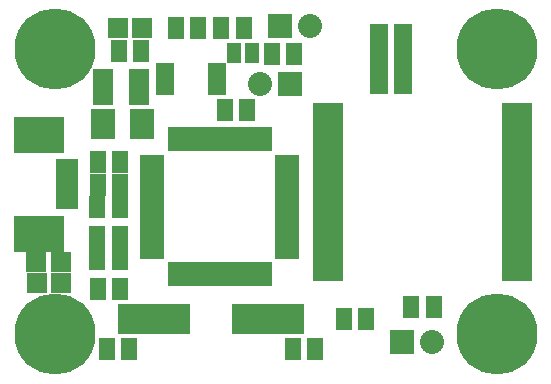
<source format=gts>
G04 (created by PCBNEW-RS274X (2012-01-19 BZR 3256)-stable) date 11/7/2012 4:35:35 PM*
G01*
G70*
G90*
%MOIN*%
G04 Gerber Fmt 3.4, Leading zero omitted, Abs format*
%FSLAX34Y34*%
G04 APERTURE LIST*
%ADD10C,0.006000*%
%ADD11R,0.059300X0.236500*%
%ADD12R,0.098700X0.059400*%
%ADD13C,0.270000*%
%ADD14R,0.059400X0.030600*%
%ADD15R,0.169600X0.118400*%
%ADD16R,0.075100X0.039700*%
%ADD17R,0.055000X0.075000*%
%ADD18R,0.036000X0.080000*%
%ADD19R,0.080000X0.036000*%
%ADD20R,0.067200X0.067200*%
%ADD21R,0.080000X0.080000*%
%ADD22C,0.080000*%
%ADD23R,0.070000X0.120000*%
%ADD24R,0.080000X0.100000*%
%ADD25R,0.240500X0.102700*%
%ADD26R,0.045000X0.065000*%
G04 APERTURE END LIST*
G54D10*
G54D11*
X69307Y-34308D03*
X70093Y-34308D03*
G54D12*
X67600Y-36093D03*
X67600Y-36683D03*
X67600Y-37274D03*
X67600Y-37864D03*
X67600Y-38455D03*
X67600Y-39045D03*
X67600Y-39636D03*
X67600Y-40226D03*
X67600Y-40817D03*
X67600Y-41407D03*
X73900Y-41407D03*
X73900Y-40817D03*
X73900Y-40226D03*
X73900Y-39636D03*
X73900Y-39045D03*
X73900Y-38455D03*
X73900Y-37864D03*
X73900Y-37274D03*
X73900Y-36683D03*
X73900Y-36093D03*
G54D13*
X73250Y-43500D03*
X73250Y-34000D03*
X58500Y-43500D03*
X58500Y-34000D03*
G54D14*
X62167Y-34572D03*
X62167Y-34772D03*
X62167Y-34972D03*
X62167Y-35172D03*
X62167Y-35372D03*
X63917Y-35372D03*
X63917Y-35172D03*
X63917Y-34972D03*
X63917Y-34772D03*
X63917Y-34572D03*
G54D15*
X57957Y-40154D03*
X57957Y-36846D03*
G54D16*
X58902Y-39130D03*
X58902Y-38815D03*
X58902Y-37870D03*
X58902Y-38185D03*
X58902Y-38500D03*
G54D17*
X60675Y-37770D03*
X59925Y-37770D03*
X60678Y-38520D03*
X59928Y-38520D03*
X60627Y-34070D03*
X61377Y-34070D03*
X68125Y-43000D03*
X68875Y-43000D03*
X60666Y-40244D03*
X59916Y-40244D03*
X64155Y-36010D03*
X64905Y-36010D03*
X59930Y-41994D03*
X60680Y-41994D03*
G54D18*
X64000Y-37000D03*
X63685Y-37000D03*
X63370Y-37000D03*
X63055Y-37000D03*
X62740Y-37000D03*
X62425Y-37000D03*
X64315Y-37000D03*
X64630Y-37000D03*
X64945Y-37000D03*
X65260Y-37000D03*
X65575Y-37000D03*
X64000Y-41500D03*
X63685Y-41500D03*
X63370Y-41500D03*
X63055Y-41500D03*
X62740Y-41500D03*
X62425Y-41500D03*
X64315Y-41500D03*
X64630Y-41500D03*
X64945Y-41500D03*
X65260Y-41500D03*
X65575Y-41500D03*
G54D19*
X61750Y-39250D03*
X66250Y-39250D03*
X61750Y-39565D03*
X66250Y-39565D03*
X66250Y-39880D03*
X61750Y-39880D03*
X61750Y-40195D03*
X66250Y-40195D03*
X66250Y-40510D03*
X61750Y-40510D03*
X61750Y-40825D03*
X66250Y-40825D03*
X66250Y-38935D03*
X61750Y-38935D03*
X61750Y-38620D03*
X66250Y-38620D03*
X66250Y-38305D03*
X61750Y-38305D03*
X61750Y-37990D03*
X66250Y-37990D03*
X66250Y-37675D03*
X61750Y-37675D03*
G54D20*
X61415Y-33300D03*
X60589Y-33300D03*
G54D17*
X60666Y-40991D03*
X59916Y-40991D03*
G54D21*
X66000Y-33225D03*
G54D22*
X67000Y-33225D03*
G54D17*
X71125Y-42600D03*
X70375Y-42600D03*
X66425Y-44000D03*
X67175Y-44000D03*
X60975Y-44000D03*
X60225Y-44000D03*
G54D23*
X61320Y-35270D03*
X60120Y-35270D03*
G54D17*
X62525Y-33300D03*
X63275Y-33300D03*
X60666Y-39270D03*
X59916Y-39270D03*
X64800Y-33300D03*
X64050Y-33300D03*
X66476Y-34153D03*
X65726Y-34153D03*
G54D24*
X61396Y-36491D03*
X60096Y-36491D03*
G54D25*
X65609Y-43000D03*
X61791Y-43000D03*
G54D20*
X58713Y-41100D03*
X57887Y-41100D03*
X58718Y-41772D03*
X57892Y-41772D03*
G54D21*
X66350Y-35170D03*
G54D22*
X65350Y-35170D03*
G54D21*
X70060Y-43770D03*
G54D22*
X71060Y-43770D03*
G54D26*
X64487Y-34137D03*
X65087Y-34137D03*
M02*

</source>
